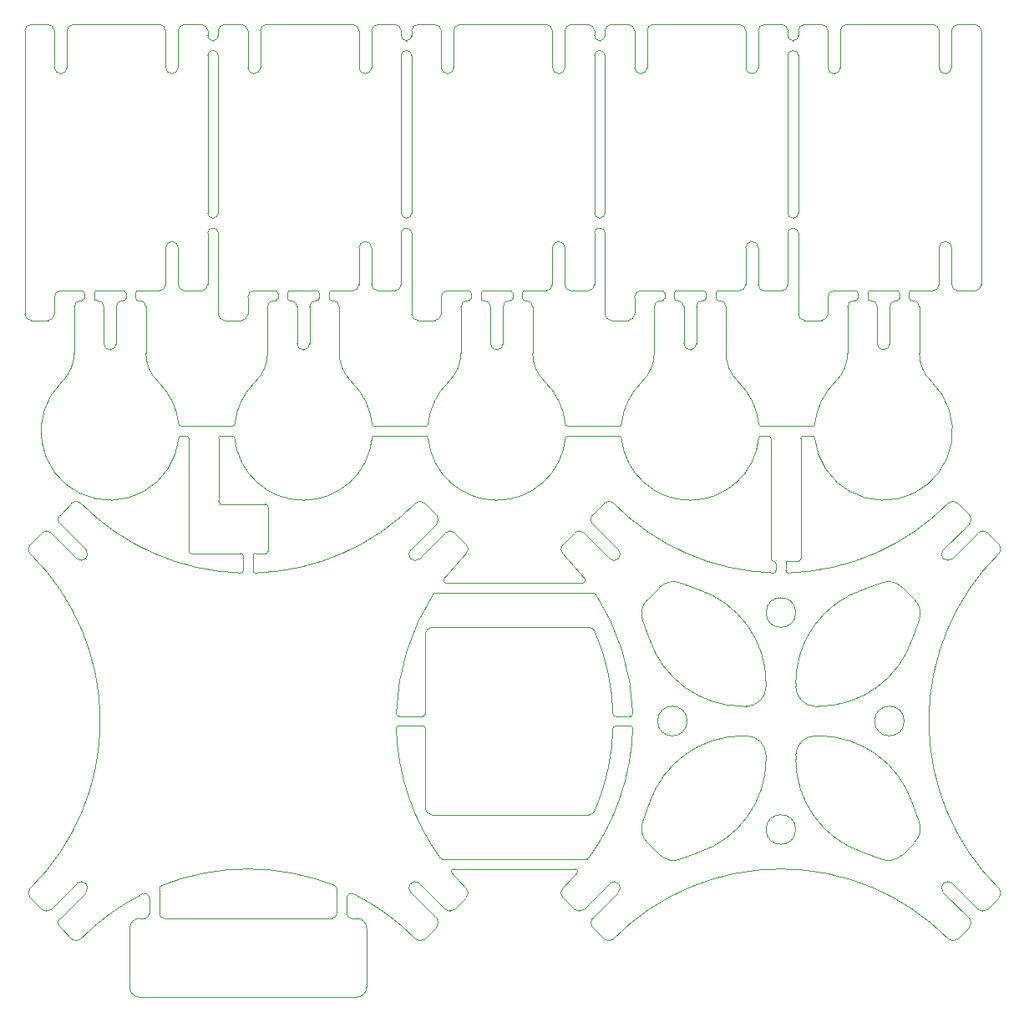
<source format=gm1>
G04 #@! TF.FileFunction,Profile,NP*
%FSLAX46Y46*%
G04 Gerber Fmt 4.6, Leading zero omitted, Abs format (unit mm)*
G04 Created by KiCad (PCBNEW (2015-07-22 BZR 5980)-product) date Sun 06 Sep 2015 09:14:58 AM MDT*
%MOMM*%
G01*
G04 APERTURE LIST*
%ADD10C,0.100000*%
G04 APERTURE END LIST*
D10*
X121698026Y-127328026D02*
G75*
G03X121698026Y-127328026I-1500000J0D01*
G01*
X132698026Y-138328026D02*
G75*
G03X132698026Y-138328026I-1500000J0D01*
G01*
X143698026Y-127328026D02*
G75*
G03X143698026Y-127328026I-1500000J0D01*
G01*
X132698026Y-116328026D02*
G75*
G03X132698026Y-116328026I-1500000J0D01*
G01*
X122819212Y-113986936D02*
G75*
G02X129698026Y-123487367I-3121186J-9500431D01*
G01*
X132698026Y-123487367D02*
G75*
G02X139576840Y-113986936I10000000J0D01*
G01*
X144539116Y-118949212D02*
G75*
G02X135038685Y-125828026I-9500431J3121186D01*
G01*
X135038685Y-128828026D02*
G75*
G02X144539116Y-135706840I0J-10000000D01*
G01*
X139576840Y-140669116D02*
G75*
G02X132698026Y-131168685I3121186J9500431D01*
G01*
X129698026Y-131168685D02*
G75*
G02X122819212Y-140669116I-10000000J0D01*
G01*
X117856936Y-135706840D02*
G75*
G02X127357367Y-128828026I9500431J-3121186D01*
G01*
X127357367Y-125828026D02*
G75*
G02X117856936Y-118949212I0J10000000D01*
G01*
X85880040Y-143964409D02*
G75*
G02X86198026Y-144430103I-182014J-465694D01*
G01*
X87198026Y-145322046D02*
G75*
G02X87922866Y-144875450I500000J1D01*
G01*
X87698026Y-147328026D02*
G75*
G02X87198026Y-146828026I0J500000D01*
G01*
X86198026Y-146828026D02*
G75*
G02X85698026Y-147328026I-500000J0D01*
G01*
X68698026Y-147328026D02*
G75*
G02X68198026Y-146828026I0J500000D01*
G01*
X67198026Y-146828026D02*
G75*
G02X66698026Y-147328026I-500000J0D01*
G01*
X68198026Y-144430103D02*
G75*
G02X68516012Y-143964409I500000J0D01*
G01*
X66473186Y-144875450D02*
G75*
G02X67198026Y-145322045I224840J-446595D01*
G01*
X60211281Y-149436717D02*
G75*
G02X66473186Y-144875450I16986745J-16741199D01*
G01*
X68516013Y-143964409D02*
G75*
G02X85880040Y-143964409I8682013J-22213507D01*
G01*
X85698026Y-147328026D02*
X68698026Y-147328026D01*
X66698026Y-147328026D02*
X66198026Y-147328026D01*
X68198026Y-146828026D02*
X68198026Y-144430103D01*
X67198026Y-146828026D02*
X67198026Y-145322045D01*
X86198026Y-146828026D02*
X86198026Y-144430103D01*
X87198026Y-146828026D02*
X87198026Y-145322045D01*
X66198026Y-155328026D02*
G75*
G02X65198026Y-154328026I0J1000000D01*
G01*
X89198026Y-154328026D02*
G75*
G02X88198026Y-155328026I-1000000J0D01*
G01*
X88198026Y-147328026D02*
G75*
G02X89198026Y-148328026I0J-1000000D01*
G01*
X65198026Y-148328026D02*
G75*
G02X66198026Y-147328026I1000000J0D01*
G01*
X65198026Y-148328026D02*
X65198026Y-154328026D01*
X88198026Y-147328026D02*
X87698026Y-147328026D01*
X89198026Y-154328026D02*
X89198026Y-148328026D01*
X66198026Y-155328026D02*
X88198026Y-155328026D01*
X97235890Y-113328026D02*
G75*
G02X97036609Y-112927072I0J250000D01*
G01*
X111359443Y-112927072D02*
G75*
G02X111160162Y-113328026I-199281J-150954D01*
G01*
X112207449Y-114328026D02*
G75*
G02X112417824Y-114442962I0J-250000D01*
G01*
X95978228Y-114442962D02*
G75*
G02X96188603Y-114328026I210375J-135064D01*
G01*
X96867397Y-141328025D02*
G75*
G02X96664213Y-141223683I0J249999D01*
G01*
X97846228Y-142739573D02*
G75*
G02X98037022Y-142328026I190794J161547D01*
G01*
X110359029Y-142328026D02*
G75*
G02X110549825Y-142739573I1J-250000D01*
G01*
X111731839Y-141223683D02*
G75*
G02X111528655Y-141328026I-203184J145657D01*
G01*
X110549825Y-142739573D02*
G75*
G02X109089335Y-144314771I-18201689J15411547D01*
G01*
X96664213Y-141223683D02*
G75*
G02X92210073Y-128085971I19383703J13895657D01*
G01*
X112417824Y-114442962D02*
G75*
G02X116185979Y-126570081I-20069688J-12885064D01*
G01*
X97036609Y-112927072D02*
G75*
G02X99306717Y-110341281I19011307J-14400954D01*
G01*
X111528655Y-141328026D02*
X96867397Y-141328026D01*
X98037022Y-142328026D02*
X110359030Y-142328026D01*
X111160162Y-113328026D02*
X97235890Y-113328026D01*
X96188603Y-114328026D02*
X112207449Y-114328026D01*
X77955971Y-112315980D02*
G75*
G02X77698026Y-112066106I-7945J249874D01*
G01*
X76698025Y-112066106D02*
G75*
G02X76440081Y-112315979I-249999J0D01*
G01*
X77698026Y-110578026D02*
G75*
G02X77948026Y-110328026I250000J0D01*
G01*
X76448026Y-110328026D02*
G75*
G02X76698026Y-110578026I0J-250000D01*
G01*
X76440081Y-112315979D02*
G75*
G02X60211281Y-105219335I757945J23837843D01*
G01*
X77948026Y-110328026D02*
X78948026Y-110328026D01*
X78948026Y-105328026D02*
G75*
G02X79198026Y-105578026I0J-250000D01*
G01*
X79198026Y-110078026D02*
G75*
G02X78948026Y-110328026I-250000J0D01*
G01*
X71448026Y-110328026D02*
G75*
G02X71198026Y-110078026I0J250000D01*
G01*
X74448026Y-105328026D02*
G75*
G02X74198026Y-105078026I0J250000D01*
G01*
X74198026Y-105328026D02*
X74198026Y-105328026D01*
X78948026Y-105328026D02*
X74448026Y-105328026D01*
X79198026Y-110078026D02*
X79198026Y-105578026D01*
X71448026Y-110328026D02*
X76448026Y-110328026D01*
X74198026Y-98678026D02*
G75*
G02X74448026Y-98428026I250000J0D01*
G01*
X70948026Y-98428026D02*
G75*
G02X71198026Y-98678026I0J-250000D01*
G01*
X74448026Y-98428026D02*
X75585379Y-98428026D01*
X71198026Y-98678026D02*
X71198026Y-110078026D01*
X74198026Y-105078026D02*
X74198026Y-98678026D01*
X130448026Y-111128026D02*
G75*
G02X130698026Y-111378026I0J-250000D01*
G01*
X131698026Y-111378026D02*
G75*
G02X131948026Y-111128026I250000J0D01*
G01*
X131948026Y-111128026D02*
X132948026Y-111128026D01*
X133198026Y-110878026D02*
G75*
G02X132948026Y-111128026I-250000J0D01*
G01*
X130448026Y-111128026D02*
G75*
G02X130198026Y-110878026I0J250000D01*
G01*
X133198026Y-98678026D02*
G75*
G02X133448026Y-98428026I250000J0D01*
G01*
X129948026Y-98428026D02*
G75*
G02X130198026Y-98678026I0J-250000D01*
G01*
X130198026Y-98678026D02*
X130198026Y-110878026D01*
X133198026Y-110878026D02*
X133198026Y-98678026D01*
X130448026Y-111128026D02*
X130448026Y-111128026D01*
X76698026Y-111328026D02*
X76698026Y-111328026D01*
X76698026Y-112066106D02*
X76698026Y-110578026D01*
X77698026Y-111328026D02*
X77698026Y-111328026D01*
X77698026Y-112066106D02*
X77698026Y-110578026D01*
X131955971Y-112315980D02*
G75*
G02X131698026Y-112066106I-7945J249874D01*
G01*
X130698025Y-112066106D02*
G75*
G02X130440081Y-112315979I-249999J0D01*
G01*
X130440081Y-112315979D02*
G75*
G02X114211281Y-105219335I757945J23837843D01*
G01*
X133448026Y-98428026D02*
X134385379Y-98428026D01*
X89761961Y-98652681D02*
G75*
G02X75834091Y-98652681I-6963935J709655D01*
G01*
X87656662Y-92903814D02*
G75*
G02X89758948Y-97204405I-4858636J-5039212D01*
G01*
X90007553Y-97428026D02*
X95188499Y-97428026D01*
X95185379Y-98428026D02*
G75*
G02X95434091Y-98652681I0J-250000D01*
G01*
X95437103Y-97204405D02*
G75*
G02X95188499Y-97428026I-248604J26379D01*
G01*
X109361961Y-98652681D02*
G75*
G02X95434091Y-98652681I-6963935J709655D01*
G01*
X90010673Y-98428026D02*
X95185379Y-98428026D01*
X107256662Y-92903814D02*
G75*
G02X109358948Y-97204405I-4858636J-5039212D01*
G01*
X89761961Y-98652681D02*
G75*
G02X90010673Y-98428026I248712J-25345D01*
G01*
X90007553Y-97428027D02*
G75*
G02X89758948Y-97204405I0J250001D01*
G01*
X95437104Y-97204405D02*
G75*
G02X97539390Y-92903814I6960922J-738621D01*
G01*
X114785379Y-98428026D02*
G75*
G02X115034091Y-98652681I0J-250000D01*
G01*
X115037103Y-97204405D02*
G75*
G02X114788499Y-97428026I-248604J26379D01*
G01*
X128961961Y-98652681D02*
G75*
G02X115034091Y-98652681I-6963935J709655D01*
G01*
X109610673Y-98428026D02*
X114785379Y-98428026D01*
X109361961Y-98652681D02*
G75*
G02X109610673Y-98428026I248712J-25345D01*
G01*
X109607553Y-97428027D02*
G75*
G02X109358948Y-97204405I0J250001D01*
G01*
X109607553Y-97428026D02*
X114788499Y-97428026D01*
X128961961Y-98652681D02*
G75*
G02X129210673Y-98428026I248712J-25345D01*
G01*
X134385379Y-98428026D02*
G75*
G02X134634091Y-98652681I0J-250000D01*
G01*
X134637103Y-97204405D02*
G75*
G02X134388499Y-97428026I-248604J26379D01*
G01*
X129207553Y-97428027D02*
G75*
G02X128958948Y-97204405I0J250001D01*
G01*
X134637104Y-97204405D02*
G75*
G02X136739390Y-92903814I6960922J-738621D01*
G01*
X146456662Y-92903815D02*
G75*
G02X134634091Y-98652681I-4858636J-5039211D01*
G01*
X126856662Y-92903814D02*
G75*
G02X128958948Y-97204405I-4858636J-5039212D01*
G01*
X129207553Y-97428026D02*
X134388499Y-97428026D01*
X115037104Y-97204405D02*
G75*
G02X117139390Y-92903814I6960922J-738621D01*
G01*
X129210673Y-98428026D02*
X129948026Y-98428026D01*
X70161961Y-98652681D02*
G75*
G02X70410673Y-98428026I248712J-25345D01*
G01*
X75585379Y-98428026D02*
G75*
G02X75834091Y-98652681I0J-250000D01*
G01*
X75837103Y-97204405D02*
G75*
G02X75588499Y-97428026I-248604J26379D01*
G01*
X70407553Y-97428027D02*
G75*
G02X70158948Y-97204405I0J250001D01*
G01*
X68056662Y-92903814D02*
G75*
G02X70158948Y-97204405I-4858636J-5039212D01*
G01*
X70407553Y-97428026D02*
X75588499Y-97428026D01*
X70410673Y-98428026D02*
X70948026Y-98428026D01*
X130698026Y-111028026D02*
X130698026Y-111028026D01*
X130698026Y-112066106D02*
X130698026Y-111378026D01*
X131698026Y-111128026D02*
X131698026Y-111128026D01*
X131698026Y-112066106D02*
X131698026Y-111378026D01*
X92459946Y-126828025D02*
G75*
G02X92210073Y-126570081I0J249999D01*
G01*
X92210072Y-128085971D02*
G75*
G02X92459946Y-127828026I249874J7945D01*
G01*
X94914082Y-127828026D02*
G75*
G02X95164082Y-128078026I0J-250000D01*
G01*
X95164082Y-126578026D02*
G75*
G02X94914082Y-126828026I-250000J0D01*
G01*
X95164082Y-128078026D02*
X95164082Y-136193026D01*
X92210073Y-126570081D02*
G75*
G02X95978228Y-114442962I23837843J-757945D01*
G01*
X94914082Y-127828026D02*
X92459946Y-127828026D01*
X92459946Y-126828026D02*
X94914082Y-126828026D01*
X114186159Y-128070031D02*
G75*
G02X114436031Y-127828026I249872J-7995D01*
G01*
X115936106Y-127828027D02*
G75*
G02X116185979Y-128085971I0J-249999D01*
G01*
X116185980Y-126570081D02*
G75*
G02X115936106Y-126828026I-249874J-7945D01*
G01*
X114436031Y-126828026D02*
G75*
G02X114186159Y-126586021I0J250000D01*
G01*
X116185978Y-128085971D02*
G75*
G02X111731839Y-141223683I-23837842J757945D01*
G01*
X112332926Y-118213589D02*
G75*
G02X114186159Y-126586021I-21337829J-9114437D01*
G01*
X114436031Y-127828026D02*
X115936106Y-127828026D01*
X114436031Y-126828026D02*
X115936106Y-126828026D01*
X151503026Y-83058026D02*
X151503026Y-57328026D01*
X147233026Y-79328026D02*
X147233026Y-83058026D01*
X149138026Y-56693026D02*
X150868026Y-56693026D01*
X137233026Y-57328026D02*
G75*
G02X137868026Y-56693026I635000J0D01*
G01*
X148503026Y-61058026D02*
X148503026Y-57328026D01*
X137233026Y-61058026D02*
G75*
G02X136598026Y-61693026I-635000J0D01*
G01*
X147868026Y-61693026D02*
X147868026Y-61693026D01*
X136598026Y-61693026D02*
G75*
G02X135963026Y-61058026I0J635000D01*
G01*
X147233026Y-57328026D02*
X147233026Y-61058026D01*
X135328026Y-56693026D02*
G75*
G02X135963026Y-57328026I0J-635000D01*
G01*
X132963026Y-57328026D02*
G75*
G02X133598026Y-56693026I635000J0D01*
G01*
X132463026Y-77328026D02*
G75*
G02X132963026Y-77828026I0J-500000D01*
G01*
X133598026Y-86693026D02*
G75*
G02X132963026Y-86058026I0J635000D01*
G01*
X131903026Y-77828026D02*
G75*
G02X132403026Y-77328026I500000J0D01*
G01*
X135963026Y-86058026D02*
G75*
G02X135328026Y-86693026I-635000J0D01*
G01*
X132403026Y-76328026D02*
G75*
G02X131903026Y-75828026I0J500000D01*
G01*
X135963026Y-84328026D02*
G75*
G02X136598026Y-83693026I635000J0D01*
G01*
X132963026Y-75828026D02*
G75*
G02X132463026Y-76328026I-500000J0D01*
G01*
X147233026Y-83058026D02*
G75*
G02X146598026Y-83693026I-635000J0D01*
G01*
X132963026Y-77828026D02*
X132963026Y-86058026D01*
X147233026Y-79328026D02*
G75*
G02X147868026Y-78693026I635000J0D01*
G01*
X131903026Y-77828026D02*
X131903026Y-83058026D01*
X147868026Y-78693026D02*
G75*
G02X148503026Y-79328026I0J-635000D01*
G01*
X132463026Y-59328026D02*
G75*
G02X132963026Y-59828026I0J-500000D01*
G01*
X149138026Y-83693026D02*
G75*
G02X148503026Y-83058026I0J635000D01*
G01*
X131903026Y-59828026D02*
G75*
G02X132403026Y-59328026I500000J0D01*
G01*
X132963026Y-57828026D02*
G75*
G02X132463026Y-58328026I-500000J0D01*
G01*
X151503026Y-83058026D02*
G75*
G02X150868026Y-83693026I-635000J0D01*
G01*
X132403026Y-58328026D02*
G75*
G02X131903026Y-57828026I0J500000D01*
G01*
X132963026Y-59828026D02*
X132963026Y-75828026D01*
X131903026Y-59828026D02*
X131903026Y-75828026D01*
X132403026Y-77328026D02*
X132463026Y-77328026D01*
X132403026Y-76328026D02*
X132463026Y-76328026D01*
X132403026Y-59328026D02*
X132463026Y-59328026D01*
X132403026Y-58328026D02*
X132463026Y-58328026D01*
X144448026Y-84693026D02*
G75*
G02X144198026Y-84443026I0J250000D01*
G01*
X144198026Y-83943026D02*
G75*
G02X144448026Y-83693026I250000J0D01*
G01*
X142948026Y-83693026D02*
G75*
G02X143198026Y-83943026I0J-250000D01*
G01*
X143198026Y-84443026D02*
G75*
G02X142948026Y-84693026I-250000J0D01*
G01*
X140248026Y-84693026D02*
G75*
G02X139998026Y-84443026I0J250000D01*
G01*
X139998026Y-83943026D02*
G75*
G02X140248026Y-83693026I250000J0D01*
G01*
X138748026Y-83693026D02*
G75*
G02X138998026Y-83943026I0J-250000D01*
G01*
X140328026Y-84693026D02*
G75*
G02X140963026Y-85328026I0J-635000D01*
G01*
X138998026Y-84443026D02*
G75*
G02X138748026Y-84693026I-250000J0D01*
G01*
X142233026Y-85328026D02*
G75*
G02X142868026Y-84693026I635000J0D01*
G01*
X138748026Y-84693026D02*
X138598026Y-84693026D01*
X144598026Y-84693026D02*
G75*
G02X145233026Y-85328026I0J-635000D01*
G01*
X140248026Y-83693026D02*
X142948026Y-83693026D01*
X141598026Y-89693026D02*
G75*
G02X140963026Y-89058026I0J635000D01*
G01*
X139998026Y-84443026D02*
X139998026Y-83943026D01*
X142233026Y-89058026D02*
G75*
G02X141598026Y-89693026I-635000J0D01*
G01*
X138998026Y-84443026D02*
X138998026Y-83943026D01*
X137963026Y-90024264D02*
G75*
G02X136739390Y-92903814I-4000000J-1D01*
G01*
X146456662Y-92903814D02*
G75*
G02X145233026Y-90024265I2776364J2879549D01*
G01*
X137963026Y-85328026D02*
X137963026Y-90024265D01*
X145233026Y-85328026D02*
X145233026Y-90024265D01*
X131903026Y-57328026D02*
X131903026Y-57828026D01*
X140328026Y-84693026D02*
X140248026Y-84693026D01*
X144598026Y-84693026D02*
X144448026Y-84693026D01*
X142233026Y-89058026D02*
X142233026Y-85328026D01*
X142948026Y-84693026D02*
X142868026Y-84693026D01*
X141598026Y-89693026D02*
X141598026Y-89693026D01*
X140963026Y-85328026D02*
X140963026Y-89058026D01*
X137963026Y-85328026D02*
G75*
G02X138598026Y-84693026I635000J0D01*
G01*
X136598026Y-83693026D02*
X138748026Y-83693026D01*
X144448026Y-83693026D02*
X146598026Y-83693026D01*
X144198026Y-84443026D02*
X144198026Y-83943026D01*
X143198026Y-84443026D02*
X143198026Y-83943026D01*
X150868026Y-56693026D02*
G75*
G02X151503026Y-57328026I0J-635000D01*
G01*
X148503026Y-57328026D02*
G75*
G02X149138026Y-56693026I635000J0D01*
G01*
X146598026Y-56693026D02*
G75*
G02X147233026Y-57328026I0J-635000D01*
G01*
X148503026Y-61058026D02*
G75*
G02X147868026Y-61693026I-635000J0D01*
G01*
X147868026Y-61693026D02*
G75*
G02X147233026Y-61058026I0J635000D01*
G01*
X135963026Y-84328026D02*
X135963026Y-86058026D01*
X133598026Y-86693026D02*
X135328026Y-86693026D01*
X132963026Y-57328026D02*
X132963026Y-57828026D01*
X133598026Y-56693026D02*
X135328026Y-56693026D01*
X137233026Y-61058026D02*
X137233026Y-57328026D01*
X136598026Y-61693026D02*
X136598026Y-61693026D01*
X135963026Y-57328026D02*
X135963026Y-61058026D01*
X137868026Y-56693026D02*
X146598026Y-56693026D01*
X149138026Y-83693026D02*
X150868026Y-83693026D01*
X148503026Y-83058026D02*
X148503026Y-79328026D01*
X127633026Y-79328026D02*
X127633026Y-83058026D01*
X129538026Y-56693026D02*
X131268026Y-56693026D01*
X117633026Y-57328026D02*
G75*
G02X118268026Y-56693026I635000J0D01*
G01*
X128903026Y-61058026D02*
X128903026Y-57328026D01*
X117633026Y-61058026D02*
G75*
G02X116998026Y-61693026I-635000J0D01*
G01*
X128268026Y-61693026D02*
X128268026Y-61693026D01*
X116998026Y-61693026D02*
G75*
G02X116363026Y-61058026I0J635000D01*
G01*
X127633026Y-57328026D02*
X127633026Y-61058026D01*
X115728026Y-56693026D02*
G75*
G02X116363026Y-57328026I0J-635000D01*
G01*
X113363026Y-57328026D02*
G75*
G02X113998026Y-56693026I635000J0D01*
G01*
X112863026Y-77328026D02*
G75*
G02X113363026Y-77828026I0J-500000D01*
G01*
X113998026Y-86693026D02*
G75*
G02X113363026Y-86058026I0J635000D01*
G01*
X112303026Y-77828026D02*
G75*
G02X112803026Y-77328026I500000J0D01*
G01*
X116363026Y-86058026D02*
G75*
G02X115728026Y-86693026I-635000J0D01*
G01*
X112803026Y-76328026D02*
G75*
G02X112303026Y-75828026I0J500000D01*
G01*
X116363026Y-84328026D02*
G75*
G02X116998026Y-83693026I635000J0D01*
G01*
X113363026Y-75828026D02*
G75*
G02X112863026Y-76328026I-500000J0D01*
G01*
X127633026Y-83058026D02*
G75*
G02X126998026Y-83693026I-635000J0D01*
G01*
X113363026Y-77828026D02*
X113363026Y-86058026D01*
X127633026Y-79328026D02*
G75*
G02X128268026Y-78693026I635000J0D01*
G01*
X112303026Y-77828026D02*
X112303026Y-83058026D01*
X128268026Y-78693026D02*
G75*
G02X128903026Y-79328026I0J-635000D01*
G01*
X112863026Y-59328026D02*
G75*
G02X113363026Y-59828026I0J-500000D01*
G01*
X129538026Y-83693026D02*
G75*
G02X128903026Y-83058026I0J635000D01*
G01*
X112303026Y-59828026D02*
G75*
G02X112803026Y-59328026I500000J0D01*
G01*
X113363026Y-57828026D02*
G75*
G02X112863026Y-58328026I-500000J0D01*
G01*
X131903026Y-83058026D02*
G75*
G02X131268026Y-83693026I-635000J0D01*
G01*
X112803026Y-58328026D02*
G75*
G02X112303026Y-57828026I0J500000D01*
G01*
X113363026Y-59828026D02*
X113363026Y-75828026D01*
X112303026Y-59828026D02*
X112303026Y-75828026D01*
X112803026Y-77328026D02*
X112863026Y-77328026D01*
X112803026Y-76328026D02*
X112863026Y-76328026D01*
X112803026Y-59328026D02*
X112863026Y-59328026D01*
X112803026Y-58328026D02*
X112863026Y-58328026D01*
X124848026Y-84693026D02*
G75*
G02X124598026Y-84443026I0J250000D01*
G01*
X124598026Y-83943026D02*
G75*
G02X124848026Y-83693026I250000J0D01*
G01*
X123348026Y-83693026D02*
G75*
G02X123598026Y-83943026I0J-250000D01*
G01*
X123598026Y-84443026D02*
G75*
G02X123348026Y-84693026I-250000J0D01*
G01*
X120648026Y-84693026D02*
G75*
G02X120398026Y-84443026I0J250000D01*
G01*
X120398026Y-83943026D02*
G75*
G02X120648026Y-83693026I250000J0D01*
G01*
X119148026Y-83693026D02*
G75*
G02X119398026Y-83943026I0J-250000D01*
G01*
X120728026Y-84693026D02*
G75*
G02X121363026Y-85328026I0J-635000D01*
G01*
X119398026Y-84443026D02*
G75*
G02X119148026Y-84693026I-250000J0D01*
G01*
X122633026Y-85328026D02*
G75*
G02X123268026Y-84693026I635000J0D01*
G01*
X119148026Y-84693026D02*
X118998026Y-84693026D01*
X124998026Y-84693026D02*
G75*
G02X125633026Y-85328026I0J-635000D01*
G01*
X120648026Y-83693026D02*
X123348026Y-83693026D01*
X121998026Y-89693026D02*
G75*
G02X121363026Y-89058026I0J635000D01*
G01*
X120398026Y-84443026D02*
X120398026Y-83943026D01*
X122633026Y-89058026D02*
G75*
G02X121998026Y-89693026I-635000J0D01*
G01*
X119398026Y-84443026D02*
X119398026Y-83943026D01*
X118363026Y-90024264D02*
G75*
G02X117139390Y-92903814I-4000000J-1D01*
G01*
X126856662Y-92903814D02*
G75*
G02X125633026Y-90024265I2776364J2879549D01*
G01*
X118363026Y-85328026D02*
X118363026Y-90024265D01*
X125633026Y-85328026D02*
X125633026Y-90024265D01*
X112303026Y-57328026D02*
X112303026Y-57828026D01*
X120728026Y-84693026D02*
X120648026Y-84693026D01*
X124998026Y-84693026D02*
X124848026Y-84693026D01*
X122633026Y-89058026D02*
X122633026Y-85328026D01*
X123348026Y-84693026D02*
X123268026Y-84693026D01*
X121998026Y-89693026D02*
X121998026Y-89693026D01*
X121363026Y-85328026D02*
X121363026Y-89058026D01*
X118363026Y-85328026D02*
G75*
G02X118998026Y-84693026I635000J0D01*
G01*
X116998026Y-83693026D02*
X119148026Y-83693026D01*
X124848026Y-83693026D02*
X126998026Y-83693026D01*
X124598026Y-84443026D02*
X124598026Y-83943026D01*
X123598026Y-84443026D02*
X123598026Y-83943026D01*
X131268026Y-56693026D02*
G75*
G02X131903026Y-57328026I0J-635000D01*
G01*
X128903026Y-57328026D02*
G75*
G02X129538026Y-56693026I635000J0D01*
G01*
X126998026Y-56693026D02*
G75*
G02X127633026Y-57328026I0J-635000D01*
G01*
X128903026Y-61058026D02*
G75*
G02X128268026Y-61693026I-635000J0D01*
G01*
X128268026Y-61693026D02*
G75*
G02X127633026Y-61058026I0J635000D01*
G01*
X116363026Y-84328026D02*
X116363026Y-86058026D01*
X113998026Y-86693026D02*
X115728026Y-86693026D01*
X113363026Y-57328026D02*
X113363026Y-57828026D01*
X113998026Y-56693026D02*
X115728026Y-56693026D01*
X117633026Y-61058026D02*
X117633026Y-57328026D01*
X116998026Y-61693026D02*
X116998026Y-61693026D01*
X116363026Y-57328026D02*
X116363026Y-61058026D01*
X118268026Y-56693026D02*
X126998026Y-56693026D01*
X129538026Y-83693026D02*
X131268026Y-83693026D01*
X128903026Y-83058026D02*
X128903026Y-79328026D01*
X108033026Y-79328026D02*
X108033026Y-83058026D01*
X109938026Y-56693026D02*
X111668026Y-56693026D01*
X98033026Y-57328026D02*
G75*
G02X98668026Y-56693026I635000J0D01*
G01*
X109303026Y-61058026D02*
X109303026Y-57328026D01*
X98033026Y-61058026D02*
G75*
G02X97398026Y-61693026I-635000J0D01*
G01*
X108668026Y-61693026D02*
X108668026Y-61693026D01*
X97398026Y-61693026D02*
G75*
G02X96763026Y-61058026I0J635000D01*
G01*
X108033026Y-57328026D02*
X108033026Y-61058026D01*
X96128026Y-56693026D02*
G75*
G02X96763026Y-57328026I0J-635000D01*
G01*
X93763026Y-57328026D02*
G75*
G02X94398026Y-56693026I635000J0D01*
G01*
X93263026Y-77328026D02*
G75*
G02X93763026Y-77828026I0J-500000D01*
G01*
X94398026Y-86693026D02*
G75*
G02X93763026Y-86058026I0J635000D01*
G01*
X92703026Y-77828026D02*
G75*
G02X93203026Y-77328026I500000J0D01*
G01*
X96763026Y-86058026D02*
G75*
G02X96128026Y-86693026I-635000J0D01*
G01*
X93203026Y-76328026D02*
G75*
G02X92703026Y-75828026I0J500000D01*
G01*
X96763026Y-84328026D02*
G75*
G02X97398026Y-83693026I635000J0D01*
G01*
X93763026Y-75828026D02*
G75*
G02X93263026Y-76328026I-500000J0D01*
G01*
X108033026Y-83058026D02*
G75*
G02X107398026Y-83693026I-635000J0D01*
G01*
X93763026Y-77828026D02*
X93763026Y-86058026D01*
X108033026Y-79328026D02*
G75*
G02X108668026Y-78693026I635000J0D01*
G01*
X92703026Y-77828026D02*
X92703026Y-83058026D01*
X108668026Y-78693026D02*
G75*
G02X109303026Y-79328026I0J-635000D01*
G01*
X93263026Y-59328026D02*
G75*
G02X93763026Y-59828026I0J-500000D01*
G01*
X109938026Y-83693026D02*
G75*
G02X109303026Y-83058026I0J635000D01*
G01*
X92703026Y-59828026D02*
G75*
G02X93203026Y-59328026I500000J0D01*
G01*
X93763026Y-57828026D02*
G75*
G02X93263026Y-58328026I-500000J0D01*
G01*
X112303026Y-83058026D02*
G75*
G02X111668026Y-83693026I-635000J0D01*
G01*
X93203026Y-58328026D02*
G75*
G02X92703026Y-57828026I0J500000D01*
G01*
X93763026Y-59828026D02*
X93763026Y-75828026D01*
X92703026Y-59828026D02*
X92703026Y-75828026D01*
X93203026Y-77328026D02*
X93263026Y-77328026D01*
X93203026Y-76328026D02*
X93263026Y-76328026D01*
X93203026Y-59328026D02*
X93263026Y-59328026D01*
X93203026Y-58328026D02*
X93263026Y-58328026D01*
X105248026Y-84693026D02*
G75*
G02X104998026Y-84443026I0J250000D01*
G01*
X104998026Y-83943026D02*
G75*
G02X105248026Y-83693026I250000J0D01*
G01*
X103748026Y-83693026D02*
G75*
G02X103998026Y-83943026I0J-250000D01*
G01*
X103998026Y-84443026D02*
G75*
G02X103748026Y-84693026I-250000J0D01*
G01*
X101048026Y-84693026D02*
G75*
G02X100798026Y-84443026I0J250000D01*
G01*
X100798026Y-83943026D02*
G75*
G02X101048026Y-83693026I250000J0D01*
G01*
X99548026Y-83693026D02*
G75*
G02X99798026Y-83943026I0J-250000D01*
G01*
X101128026Y-84693026D02*
G75*
G02X101763026Y-85328026I0J-635000D01*
G01*
X99798026Y-84443026D02*
G75*
G02X99548026Y-84693026I-250000J0D01*
G01*
X103033026Y-85328026D02*
G75*
G02X103668026Y-84693026I635000J0D01*
G01*
X99548026Y-84693026D02*
X99398026Y-84693026D01*
X105398026Y-84693026D02*
G75*
G02X106033026Y-85328026I0J-635000D01*
G01*
X101048026Y-83693026D02*
X103748026Y-83693026D01*
X102398026Y-89693026D02*
G75*
G02X101763026Y-89058026I0J635000D01*
G01*
X100798026Y-84443026D02*
X100798026Y-83943026D01*
X103033026Y-89058026D02*
G75*
G02X102398026Y-89693026I-635000J0D01*
G01*
X99798026Y-84443026D02*
X99798026Y-83943026D01*
X98763026Y-90024264D02*
G75*
G02X97539390Y-92903814I-4000000J-1D01*
G01*
X107256662Y-92903814D02*
G75*
G02X106033026Y-90024265I2776364J2879549D01*
G01*
X98763026Y-85328026D02*
X98763026Y-90024265D01*
X106033026Y-85328026D02*
X106033026Y-90024265D01*
X92703026Y-57328026D02*
X92703026Y-57828026D01*
X101128026Y-84693026D02*
X101048026Y-84693026D01*
X105398026Y-84693026D02*
X105248026Y-84693026D01*
X103033026Y-89058026D02*
X103033026Y-85328026D01*
X103748026Y-84693026D02*
X103668026Y-84693026D01*
X102398026Y-89693026D02*
X102398026Y-89693026D01*
X101763026Y-85328026D02*
X101763026Y-89058026D01*
X98763026Y-85328026D02*
G75*
G02X99398026Y-84693026I635000J0D01*
G01*
X97398026Y-83693026D02*
X99548026Y-83693026D01*
X105248026Y-83693026D02*
X107398026Y-83693026D01*
X104998026Y-84443026D02*
X104998026Y-83943026D01*
X103998026Y-84443026D02*
X103998026Y-83943026D01*
X111668026Y-56693026D02*
G75*
G02X112303026Y-57328026I0J-635000D01*
G01*
X109303026Y-57328026D02*
G75*
G02X109938026Y-56693026I635000J0D01*
G01*
X107398026Y-56693026D02*
G75*
G02X108033026Y-57328026I0J-635000D01*
G01*
X109303026Y-61058026D02*
G75*
G02X108668026Y-61693026I-635000J0D01*
G01*
X108668026Y-61693026D02*
G75*
G02X108033026Y-61058026I0J635000D01*
G01*
X96763026Y-84328026D02*
X96763026Y-86058026D01*
X94398026Y-86693026D02*
X96128026Y-86693026D01*
X93763026Y-57328026D02*
X93763026Y-57828026D01*
X94398026Y-56693026D02*
X96128026Y-56693026D01*
X98033026Y-61058026D02*
X98033026Y-57328026D01*
X97398026Y-61693026D02*
X97398026Y-61693026D01*
X96763026Y-57328026D02*
X96763026Y-61058026D01*
X98668026Y-56693026D02*
X107398026Y-56693026D01*
X109938026Y-83693026D02*
X111668026Y-83693026D01*
X109303026Y-83058026D02*
X109303026Y-79328026D01*
X85648026Y-84693026D02*
G75*
G02X85398026Y-84443026I0J250000D01*
G01*
X85398026Y-83943026D02*
G75*
G02X85648026Y-83693026I250000J0D01*
G01*
X84148026Y-83693026D02*
G75*
G02X84398026Y-83943026I0J-250000D01*
G01*
X84398026Y-84443026D02*
G75*
G02X84148026Y-84693026I-250000J0D01*
G01*
X81448026Y-84693026D02*
G75*
G02X81198026Y-84443026I0J250000D01*
G01*
X81198026Y-83943026D02*
G75*
G02X81448026Y-83693026I250000J0D01*
G01*
X79948026Y-83693026D02*
G75*
G02X80198026Y-83943026I0J-250000D01*
G01*
X81528026Y-84693026D02*
G75*
G02X82163026Y-85328026I0J-635000D01*
G01*
X80198026Y-84443026D02*
G75*
G02X79948026Y-84693026I-250000J0D01*
G01*
X83433026Y-85328026D02*
G75*
G02X84068026Y-84693026I635000J0D01*
G01*
X79948026Y-84693026D02*
X79798026Y-84693026D01*
X85798026Y-84693026D02*
G75*
G02X86433026Y-85328026I0J-635000D01*
G01*
X81448026Y-83693026D02*
X84148026Y-83693026D01*
X82798026Y-89693026D02*
G75*
G02X82163026Y-89058026I0J635000D01*
G01*
X81198026Y-84443026D02*
X81198026Y-83943026D01*
X83433026Y-89058026D02*
G75*
G02X82798026Y-89693026I-635000J0D01*
G01*
X80198026Y-84443026D02*
X80198026Y-83943026D01*
X79163026Y-90024264D02*
G75*
G02X77939390Y-92903814I-4000000J-1D01*
G01*
X87656662Y-92903814D02*
G75*
G02X86433026Y-90024265I2776364J2879549D01*
G01*
X79163026Y-85328026D02*
X79163026Y-90024265D01*
X86433026Y-85328026D02*
X86433026Y-90024265D01*
X81528026Y-84693026D02*
X81448026Y-84693026D01*
X85798026Y-84693026D02*
X85648026Y-84693026D01*
X75837104Y-97204405D02*
G75*
G02X77939390Y-92903814I6960922J-738621D01*
G01*
X83433026Y-89058026D02*
X83433026Y-85328026D01*
X84148026Y-84693026D02*
X84068026Y-84693026D01*
X82798026Y-89693026D02*
X82798026Y-89693026D01*
X82163026Y-85328026D02*
X82163026Y-89058026D01*
X79163026Y-85328026D02*
G75*
G02X79798026Y-84693026I635000J0D01*
G01*
X77798026Y-83693026D02*
X79948026Y-83693026D01*
X85648026Y-83693026D02*
X87798026Y-83693026D01*
X85398026Y-84443026D02*
X85398026Y-83943026D01*
X84398026Y-84443026D02*
X84398026Y-83943026D01*
X66048026Y-84693026D02*
G75*
G02X65798026Y-84443026I0J250000D01*
G01*
X65798026Y-83943026D02*
G75*
G02X66048026Y-83693026I250000J0D01*
G01*
X64548026Y-83693026D02*
G75*
G02X64798026Y-83943026I0J-250000D01*
G01*
X64798026Y-84443026D02*
G75*
G02X64548026Y-84693026I-250000J0D01*
G01*
X61848026Y-84693026D02*
G75*
G02X61598026Y-84443026I0J250000D01*
G01*
X61598026Y-83943026D02*
G75*
G02X61848026Y-83693026I250000J0D01*
G01*
X60348026Y-83693026D02*
G75*
G02X60598026Y-83943026I0J-250000D01*
G01*
X60598026Y-84443026D02*
G75*
G02X60348026Y-84693026I-250000J0D01*
G01*
X60348026Y-84693026D02*
X60198026Y-84693026D01*
X61848026Y-83693026D02*
X64548026Y-83693026D01*
X61598026Y-84443026D02*
X61598026Y-83943026D01*
X60598026Y-84443026D02*
X60598026Y-83943026D01*
X64548026Y-84693026D02*
X64468026Y-84693026D01*
X66048026Y-83693026D02*
X68198026Y-83693026D01*
X65798026Y-84443026D02*
X65798026Y-83943026D01*
X64798026Y-84443026D02*
X64798026Y-83943026D01*
X73663026Y-77328026D02*
G75*
G02X74163026Y-77828026I0J-500000D01*
G01*
X73103026Y-77828026D02*
G75*
G02X73603026Y-77328026I500000J0D01*
G01*
X73603026Y-76328026D02*
G75*
G02X73103026Y-75828026I0J500000D01*
G01*
X74163026Y-75828026D02*
G75*
G02X73663026Y-76328026I-500000J0D01*
G01*
X74163026Y-77828026D02*
X74163026Y-86058026D01*
X73103026Y-77828026D02*
X73103026Y-83058026D01*
X73663026Y-59328026D02*
G75*
G02X74163026Y-59828026I0J-500000D01*
G01*
X73103026Y-59828026D02*
G75*
G02X73603026Y-59328026I500000J0D01*
G01*
X74163026Y-57828026D02*
G75*
G02X73663026Y-58328026I-500000J0D01*
G01*
X73603026Y-58328026D02*
G75*
G02X73103026Y-57828026I0J500000D01*
G01*
X74163026Y-59828026D02*
X74163026Y-75828026D01*
X73103026Y-59828026D02*
X73103026Y-75828026D01*
X73603026Y-77328026D02*
X73663026Y-77328026D01*
X73603026Y-76328026D02*
X73663026Y-76328026D01*
X73603026Y-59328026D02*
X73663026Y-59328026D01*
X73603026Y-58328026D02*
X73663026Y-58328026D01*
X54563026Y-57328026D02*
G75*
G02X55198026Y-56693026I635000J0D01*
G01*
X55198026Y-86693026D02*
G75*
G02X54563026Y-86058026I0J635000D01*
G01*
X57563026Y-86058026D02*
G75*
G02X56928026Y-86693026I-635000J0D01*
G01*
X57563026Y-84328026D02*
G75*
G02X58198026Y-83693026I635000J0D01*
G01*
X68833026Y-83058026D02*
G75*
G02X68198026Y-83693026I-635000J0D01*
G01*
X68833026Y-79328026D02*
G75*
G02X69468026Y-78693026I635000J0D01*
G01*
X69468026Y-78693026D02*
G75*
G02X70103026Y-79328026I0J-635000D01*
G01*
X70738026Y-83693026D02*
G75*
G02X70103026Y-83058026I0J635000D01*
G01*
X73103026Y-83058026D02*
G75*
G02X72468026Y-83693026I-635000J0D01*
G01*
X72468026Y-56693026D02*
G75*
G02X73103026Y-57328026I0J-635000D01*
G01*
X70103026Y-57328026D02*
G75*
G02X70738026Y-56693026I635000J0D01*
G01*
X68198026Y-56693026D02*
G75*
G02X68833026Y-57328026I0J-635000D01*
G01*
X70103026Y-61058026D02*
G75*
G02X69468026Y-61693026I-635000J0D01*
G01*
X69468026Y-61693026D02*
G75*
G02X68833026Y-61058026I0J635000D01*
G01*
X57563026Y-84328026D02*
X57563026Y-86058026D01*
X55198026Y-86693026D02*
X56928026Y-86693026D01*
X54563026Y-57328026D02*
X54563026Y-86058026D01*
X58198026Y-83693026D02*
X60348026Y-83693026D01*
X73103026Y-57328026D02*
X73103026Y-57828026D01*
X55198026Y-56693026D02*
X56928026Y-56693026D01*
X58833026Y-61058026D02*
X58833026Y-57328026D01*
X58198026Y-61693026D02*
X58198026Y-61693026D01*
X57563026Y-57328026D02*
X57563026Y-61058026D01*
X59468026Y-56693026D02*
X68198026Y-56693026D01*
X70738026Y-83693026D02*
X72468026Y-83693026D01*
X69468026Y-78693026D02*
X69468026Y-78693026D01*
X70103026Y-83058026D02*
X70103026Y-79328026D01*
X68833026Y-79328026D02*
X68833026Y-83058026D01*
X70738026Y-56693026D02*
X72468026Y-56693026D01*
X58833026Y-57328026D02*
G75*
G02X59468026Y-56693026I635000J0D01*
G01*
X70103026Y-61058026D02*
X70103026Y-57328026D01*
X58833026Y-61058026D02*
G75*
G02X58198026Y-61693026I-635000J0D01*
G01*
X69468026Y-61693026D02*
X69468026Y-61693026D01*
X58198026Y-61693026D02*
G75*
G02X57563026Y-61058026I0J635000D01*
G01*
X68833026Y-57328026D02*
X68833026Y-61058026D01*
X56928026Y-56693026D02*
G75*
G02X57563026Y-57328026I0J-635000D01*
G01*
X92068026Y-56693026D02*
G75*
G02X92703026Y-57328026I0J-635000D01*
G01*
X89703026Y-57328026D02*
G75*
G02X90338026Y-56693026I635000J0D01*
G01*
X87798026Y-56693026D02*
G75*
G02X88433026Y-57328026I0J-635000D01*
G01*
X89703026Y-61058026D02*
G75*
G02X89068026Y-61693026I-635000J0D01*
G01*
X89068026Y-61693026D02*
G75*
G02X88433026Y-61058026I0J635000D01*
G01*
X77163026Y-84328026D02*
X77163026Y-86058026D01*
X74798026Y-86693026D02*
X76528026Y-86693026D01*
X74163026Y-57328026D02*
X74163026Y-57828026D01*
X74798026Y-56693026D02*
X76528026Y-56693026D01*
X78433026Y-61058026D02*
X78433026Y-57328026D01*
X77798026Y-61693026D02*
X77798026Y-61693026D01*
X77163026Y-57328026D02*
X77163026Y-61058026D01*
X79068026Y-56693026D02*
X87798026Y-56693026D01*
X90338026Y-83693026D02*
X92068026Y-83693026D01*
X89703026Y-83058026D02*
X89703026Y-79328026D01*
X88433026Y-79328026D02*
X88433026Y-83058026D01*
X90338026Y-56693026D02*
X92068026Y-56693026D01*
X78433026Y-57328026D02*
G75*
G02X79068026Y-56693026I635000J0D01*
G01*
X89703026Y-61058026D02*
X89703026Y-57328026D01*
X78433026Y-61058026D02*
G75*
G02X77798026Y-61693026I-635000J0D01*
G01*
X89068026Y-61693026D02*
X89068026Y-61693026D01*
X77798026Y-61693026D02*
G75*
G02X77163026Y-61058026I0J635000D01*
G01*
X88433026Y-57328026D02*
X88433026Y-61058026D01*
X76528026Y-56693026D02*
G75*
G02X77163026Y-57328026I0J-635000D01*
G01*
X74163026Y-57328026D02*
G75*
G02X74798026Y-56693026I635000J0D01*
G01*
X74798026Y-86693026D02*
G75*
G02X74163026Y-86058026I0J635000D01*
G01*
X77163026Y-86058026D02*
G75*
G02X76528026Y-86693026I-635000J0D01*
G01*
X77163026Y-84328026D02*
G75*
G02X77798026Y-83693026I635000J0D01*
G01*
X88433026Y-83058026D02*
G75*
G02X87798026Y-83693026I-635000J0D01*
G01*
X88433026Y-79328026D02*
G75*
G02X89068026Y-78693026I635000J0D01*
G01*
X89068026Y-78693026D02*
G75*
G02X89703026Y-79328026I0J-635000D01*
G01*
X90338026Y-83693026D02*
G75*
G02X89703026Y-83058026I0J635000D01*
G01*
X92703026Y-83058026D02*
G75*
G02X92068026Y-83693026I-635000J0D01*
G01*
X61928026Y-84693026D02*
G75*
G02X62563026Y-85328026I0J-635000D01*
G01*
X63833026Y-85328026D02*
G75*
G02X64468026Y-84693026I635000J0D01*
G01*
X66198026Y-84693026D02*
G75*
G02X66833026Y-85328026I0J-635000D01*
G01*
X63198026Y-89693026D02*
G75*
G02X62563026Y-89058026I0J635000D01*
G01*
X63833026Y-89058026D02*
G75*
G02X63198026Y-89693026I-635000J0D01*
G01*
X59563026Y-90024264D02*
G75*
G02X58339390Y-92903814I-4000000J-1D01*
G01*
X68056662Y-92903814D02*
G75*
G02X66833026Y-90024265I2776364J2879549D01*
G01*
X59563026Y-85328026D02*
X59563026Y-90024265D01*
X66833026Y-85328026D02*
X66833026Y-90024265D01*
X61928026Y-84693026D02*
X61848026Y-84693026D01*
X66198026Y-84693026D02*
X66048026Y-84693026D01*
X70161961Y-98652682D02*
G75*
G02X58339390Y-92903814I-6963935J709656D01*
G01*
X63833026Y-89058026D02*
X63833026Y-85328026D01*
X63198026Y-89693026D02*
X63198026Y-89693026D01*
X62563026Y-85328026D02*
X62563026Y-89058026D01*
X59563026Y-85328026D02*
G75*
G02X60198026Y-84693026I635000J0D01*
G01*
X95799082Y-136828026D02*
G75*
G02X95164082Y-136193026I0J635000D01*
G01*
X95164082Y-118463026D02*
G75*
G02X95799082Y-117828026I635000J0D01*
G01*
X111748969Y-117828026D02*
G75*
G02X112332926Y-118213589I0J-635000D01*
G01*
X112332926Y-136442463D02*
G75*
G02X111748969Y-136828026I-583957J249437D01*
G01*
X114186159Y-128070031D02*
G75*
G02X112332926Y-136442463I-23191062J742005D01*
G01*
X95799082Y-136828026D02*
X111748969Y-136828026D01*
X95164082Y-118463026D02*
X95164082Y-126578026D01*
X111748969Y-117828026D02*
X95799082Y-117828026D01*
X129698026Y-123828026D02*
G75*
G02X127698026Y-125828026I-2000000J0D01*
G01*
X134698026Y-125828026D02*
G75*
G02X132698026Y-123828026I0J2000000D01*
G01*
X132698026Y-130828026D02*
G75*
G02X134698026Y-128828026I2000000J0D01*
G01*
X127698026Y-128828026D02*
G75*
G02X129698026Y-130828026I0J-2000000D01*
G01*
X134698026Y-128828026D02*
X135038685Y-128828026D01*
X132698026Y-123828026D02*
X132698026Y-123487367D01*
X127698026Y-125828026D02*
X127357367Y-125828026D01*
X129698026Y-130828026D02*
X129698026Y-131168685D01*
X121059945Y-141315971D02*
G75*
G02X122819212Y-140669116I10138081J-24857021D01*
G01*
X145185971Y-137466107D02*
G75*
G02X144539116Y-135706840I24857021J10138081D01*
G01*
X141336107Y-113340081D02*
G75*
G02X139576840Y-113986936I-10138081J24857021D01*
G01*
X117210081Y-117189945D02*
G75*
G02X117856936Y-118949212I-24857021J-10138081D01*
G01*
X129698026Y-123487367D02*
X129698026Y-123828026D01*
X132698026Y-131168685D02*
X132698026Y-130828026D01*
X135038685Y-125828026D02*
X134698026Y-125828026D01*
X127357367Y-128828026D02*
X127698026Y-128828026D01*
X117647762Y-139635627D02*
G75*
G02X117210081Y-137466107I1414214J1414214D01*
G01*
X121059945Y-141315971D02*
G75*
G02X118890425Y-140878290I-755306J1851895D01*
G01*
X143505627Y-140878290D02*
G75*
G02X141336107Y-141315971I-1414214J1414214D01*
G01*
X145185971Y-137466107D02*
G75*
G02X144748290Y-139635627I-1851895J-755306D01*
G01*
X144748290Y-115020425D02*
G75*
G02X145185971Y-117189945I-1414214J-1414214D01*
G01*
X141336107Y-113340081D02*
G75*
G02X143505627Y-113777762I755306J-1851895D01*
G01*
X118890425Y-113777762D02*
G75*
G02X121059945Y-113340081I1414214J-1414214D01*
G01*
X117210081Y-117189945D02*
G75*
G02X117647762Y-115020425I1851895J755306D01*
G01*
X118890425Y-113777762D02*
X117647762Y-115020425D01*
X144748290Y-115020425D02*
X143505627Y-113777762D01*
X143505627Y-140878290D02*
X144748290Y-139635627D01*
X117647762Y-139635627D02*
X118890425Y-140878290D01*
X144539116Y-118949212D02*
G75*
G02X145185971Y-117189945I25503876J-8378814D01*
G01*
X122819212Y-113986936D02*
G75*
G02X121059945Y-113340081I8378814J25503876D01*
G01*
X117856936Y-135706840D02*
G75*
G02X117210081Y-137466107I-25503876J8378814D01*
G01*
X139576840Y-140669116D02*
G75*
G02X141336107Y-141315971I-8378814J-25503876D01*
G01*
X109086054Y-109439998D02*
X109086054Y-109439998D01*
X110300000Y-108226052D02*
X109086054Y-109439998D01*
X153306717Y-144314771D02*
G75*
G02X153309998Y-145216054I-445732J-452270D01*
G01*
X153309998Y-109439998D02*
G75*
G02X153306717Y-110341281I-449013J-449013D01*
G01*
X151198027Y-108226051D02*
G75*
G02X152096052Y-108226052I449012J-449013D01*
G01*
X148560518Y-110863560D02*
G75*
G02X147662492Y-110863560I-449013J449013D01*
G01*
X147662492Y-110863560D02*
G75*
G02X147662492Y-109965534I449013J449013D01*
G01*
X150300001Y-106430001D02*
G75*
G02X150300000Y-107328026I-449013J-449012D01*
G01*
X148184771Y-105219335D02*
G75*
G02X149086054Y-105216054I452270J-445732D01*
G01*
X113309998Y-105216054D02*
G75*
G02X114211281Y-105219335I449013J-449013D01*
G01*
X112096051Y-107328025D02*
G75*
G02X112096052Y-106430000I449013J449012D01*
G01*
X114733560Y-109965534D02*
G75*
G02X114733560Y-110863560I-449013J-449013D01*
G01*
X114733560Y-110863560D02*
G75*
G02X113835534Y-110863560I-449013J449013D01*
G01*
X110300001Y-108226051D02*
G75*
G02X111198026Y-108226052I449012J-449013D01*
G01*
X109089335Y-110341281D02*
G75*
G02X109086054Y-109439998I445732J452270D01*
G01*
X153306717Y-144314771D02*
G75*
G02X153306717Y-110341281I16741199J16986745D01*
G01*
X114211281Y-149436717D02*
G75*
G02X148184771Y-149436717I16986745J-16741199D01*
G01*
X109089335Y-110341281D02*
G75*
G02X111359443Y-112927072I-16741199J-16986745D01*
G01*
X148184771Y-105219335D02*
G75*
G02X131955971Y-112315979I-16986745J16741199D01*
G01*
X152096052Y-108226052D02*
X153309998Y-109439998D01*
X149086054Y-105216054D02*
X150300000Y-106430000D01*
X150300000Y-107328026D02*
X147662492Y-109965534D01*
X148560518Y-110863560D02*
X151198026Y-108226052D01*
X147662492Y-110863560D02*
X147662492Y-110863560D01*
X150300000Y-148226052D02*
X149086054Y-149439998D01*
X153309998Y-145216054D02*
X152096052Y-146430000D01*
X151198026Y-146430000D02*
X148560518Y-143792492D01*
X147662492Y-144690518D02*
X150300000Y-147328026D01*
X147662492Y-143792492D02*
X147662492Y-143792492D01*
X110300000Y-146430000D02*
X109086054Y-145216054D01*
X113309998Y-149439998D02*
X112096052Y-148226052D01*
X112096052Y-147328026D02*
X114733560Y-144690518D01*
X113835534Y-143792492D02*
X111198026Y-146430000D01*
X114733560Y-143792492D02*
X114733560Y-143792492D01*
X112096052Y-106430000D02*
X113309998Y-105216054D01*
X111198026Y-108226052D02*
X113835534Y-110863560D01*
X114733560Y-109965534D02*
X112096052Y-107328026D01*
X114733560Y-110863560D02*
X114733560Y-110863560D01*
X109086054Y-145216054D02*
G75*
G02X109089335Y-144314771I449013J449013D01*
G01*
X111198025Y-146430001D02*
G75*
G02X110300000Y-146430000I-449012J449013D01*
G01*
X113835534Y-143792492D02*
G75*
G02X114733560Y-143792492I449013J-449013D01*
G01*
X114733560Y-143792492D02*
G75*
G02X114733560Y-144690518I-449013J-449013D01*
G01*
X112096051Y-148226051D02*
G75*
G02X112096052Y-147328026I449013J449012D01*
G01*
X114211281Y-149436717D02*
G75*
G02X113309998Y-149439998I-452270J445732D01*
G01*
X149086054Y-149439998D02*
G75*
G02X148184771Y-149436717I-449013J449013D01*
G01*
X150300001Y-147328027D02*
G75*
G02X150300000Y-148226052I-449013J-449012D01*
G01*
X147662492Y-144690518D02*
G75*
G02X147662492Y-143792492I449013J449013D01*
G01*
X147662492Y-143792492D02*
G75*
G02X148560518Y-143792492I449013J-449013D01*
G01*
X152096051Y-146430001D02*
G75*
G02X151198026Y-146430000I-449012J449013D01*
G01*
X59309998Y-149439998D02*
X58096052Y-148226052D01*
X58096052Y-147328026D02*
X60733560Y-144690518D01*
X59835534Y-143792492D02*
X57198026Y-146430000D01*
X60733560Y-143792492D02*
X60733560Y-143792492D01*
X58096052Y-106430000D02*
X59309998Y-105216054D01*
X55086054Y-109439998D02*
X56300000Y-108226052D01*
X57198026Y-108226052D02*
X59835534Y-110863560D01*
X60733560Y-109965534D02*
X58096052Y-107328026D01*
X60733560Y-110863560D02*
X60733560Y-110863560D01*
X55086054Y-145216054D02*
G75*
G02X55089335Y-144314771I449013J449013D01*
G01*
X57198025Y-146430001D02*
G75*
G02X56300000Y-146430000I-449012J449013D01*
G01*
X59835534Y-143792492D02*
G75*
G02X60733560Y-143792492I449013J-449013D01*
G01*
X60733560Y-143792492D02*
G75*
G02X60733560Y-144690518I-449013J-449013D01*
G01*
X58096051Y-148226051D02*
G75*
G02X58096052Y-147328026I449013J449012D01*
G01*
X60211281Y-149436717D02*
G75*
G02X59309998Y-149439998I-452270J445732D01*
G01*
X95086054Y-149439998D02*
G75*
G02X94184771Y-149436717I-449013J449013D01*
G01*
X96300001Y-147328027D02*
G75*
G02X96300000Y-148226052I-449013J-449012D01*
G01*
X93662492Y-144690518D02*
G75*
G02X93662492Y-143792492I449013J449013D01*
G01*
X93662492Y-143792492D02*
G75*
G02X94560518Y-143792492I449013J-449013D01*
G01*
X98096051Y-146430001D02*
G75*
G02X97198026Y-146430000I-449012J449013D01*
G01*
X99306717Y-144314771D02*
G75*
G02X99309998Y-145216054I-445732J-452270D01*
G01*
X99309998Y-109439998D02*
G75*
G02X99306717Y-110341281I-449013J-449013D01*
G01*
X97198027Y-108226051D02*
G75*
G02X98096052Y-108226052I449012J-449013D01*
G01*
X94560518Y-110863560D02*
G75*
G02X93662492Y-110863560I-449013J449013D01*
G01*
X93662492Y-110863560D02*
G75*
G02X93662492Y-109965534I449013J449013D01*
G01*
X96300001Y-106430001D02*
G75*
G02X96300000Y-107328026I-449013J-449012D01*
G01*
X94184771Y-105219335D02*
G75*
G02X95086054Y-105216054I452270J-445732D01*
G01*
X59309998Y-105216054D02*
G75*
G02X60211281Y-105219335I449013J-449013D01*
G01*
X58096051Y-107328025D02*
G75*
G02X58096052Y-106430000I449013J449012D01*
G01*
X60733560Y-109965534D02*
G75*
G02X60733560Y-110863560I-449013J-449013D01*
G01*
X60733560Y-110863560D02*
G75*
G02X59835534Y-110863560I-449013J449013D01*
G01*
X56300001Y-108226051D02*
G75*
G02X57198026Y-108226052I449012J-449013D01*
G01*
X55089335Y-110341281D02*
G75*
G02X55086054Y-109439998I445732J452270D01*
G01*
X99306717Y-144314771D02*
G75*
G02X97846227Y-142739573I16741199J16986745D01*
G01*
X87922866Y-144875450D02*
G75*
G02X94184771Y-149436717I-10724840J-21302466D01*
G01*
X55089335Y-110341281D02*
G75*
G02X55089335Y-144314771I-16741199J-16986745D01*
G01*
X94184771Y-105219335D02*
G75*
G02X77955971Y-112315979I-16986745J16741199D01*
G01*
X98096052Y-108226052D02*
X99309998Y-109439998D01*
X95086054Y-105216054D02*
X96300000Y-106430000D01*
X96300000Y-107328026D02*
X93662492Y-109965534D01*
X94560518Y-110863560D02*
X97198026Y-108226052D01*
X93662492Y-110863560D02*
X93662492Y-110863560D01*
X96300000Y-148226052D02*
X95086054Y-149439998D01*
X93662492Y-144690518D02*
X96300000Y-147328026D01*
X99309998Y-145216054D02*
X98096052Y-146430000D01*
X97198026Y-146430000D02*
X94560518Y-143792492D01*
X93662492Y-143792492D02*
X93662492Y-143792492D01*
X56300000Y-146430000D02*
X55086054Y-145216054D01*
M02*

</source>
